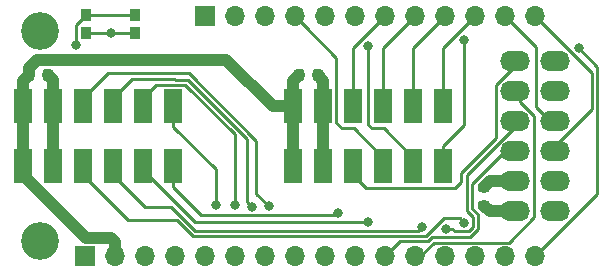
<source format=gbr>
G04 #@! TF.GenerationSoftware,KiCad,Pcbnew,5.1.4+dfsg1-1*
G04 #@! TF.CreationDate,2019-11-21T21:12:40-08:00*
G04 #@! TF.ProjectId,feather-wing-pmod,66656174-6865-4722-9d77-696e672d706d,rev?*
G04 #@! TF.SameCoordinates,PX791ddc0PY4d83c00*
G04 #@! TF.FileFunction,Copper,L1,Top*
G04 #@! TF.FilePolarity,Positive*
%FSLAX46Y46*%
G04 Gerber Fmt 4.6, Leading zero omitted, Abs format (unit mm)*
G04 Created by KiCad (PCBNEW 5.1.4+dfsg1-1) date 2019-11-21 21:12:40*
%MOMM*%
%LPD*%
G04 APERTURE LIST*
%ADD10R,0.900000X1.000000*%
%ADD11O,2.540000X1.700000*%
%ADD12R,1.500000X3.000000*%
%ADD13C,0.100000*%
%ADD14C,0.875000*%
%ADD15O,1.700000X1.700000*%
%ADD16R,1.700000X1.700000*%
%ADD17C,3.200000*%
%ADD18C,0.800000*%
%ADD19C,1.000000*%
%ADD20C,0.250000*%
G04 APERTURE END LIST*
D10*
X10559000Y-2705000D03*
X10559000Y-1105000D03*
X6459000Y-2705000D03*
X6459000Y-1105000D03*
D11*
X46120000Y-17780000D03*
X42780000Y-17780000D03*
X46120000Y-15240000D03*
X42780000Y-15240000D03*
X46120000Y-12700000D03*
X42780000Y-12700000D03*
X46120000Y-10160000D03*
X42780000Y-10160000D03*
X46120000Y-7620000D03*
X42780000Y-7620000D03*
X46120000Y-5080000D03*
X42780000Y-5080000D03*
D12*
X24003000Y-13970000D03*
X24003000Y-8890000D03*
X26543000Y-13970000D03*
X26543000Y-8890000D03*
X29083000Y-13970000D03*
X29083000Y-8890000D03*
X31623000Y-13970000D03*
X31623000Y-8890000D03*
X34163000Y-13970000D03*
X34163000Y-8890000D03*
X36703000Y-13970000D03*
X36703000Y-8890000D03*
X1143000Y-13970000D03*
X1143000Y-8890000D03*
X3683000Y-13970000D03*
X3683000Y-8890000D03*
X6223000Y-13970000D03*
X6223000Y-8890000D03*
X8763000Y-13970000D03*
X8763000Y-8890000D03*
X11303000Y-13970000D03*
X11303000Y-8890000D03*
X13843000Y-13970000D03*
X13843000Y-8890000D03*
D13*
G36*
X40409691Y-15286053D02*
G01*
X40430926Y-15289203D01*
X40451750Y-15294419D01*
X40471962Y-15301651D01*
X40491368Y-15310830D01*
X40509781Y-15321866D01*
X40527024Y-15334654D01*
X40542930Y-15349070D01*
X40557346Y-15364976D01*
X40570134Y-15382219D01*
X40581170Y-15400632D01*
X40590349Y-15420038D01*
X40597581Y-15440250D01*
X40602797Y-15461074D01*
X40605947Y-15482309D01*
X40607000Y-15503750D01*
X40607000Y-15941250D01*
X40605947Y-15962691D01*
X40602797Y-15983926D01*
X40597581Y-16004750D01*
X40590349Y-16024962D01*
X40581170Y-16044368D01*
X40570134Y-16062781D01*
X40557346Y-16080024D01*
X40542930Y-16095930D01*
X40527024Y-16110346D01*
X40509781Y-16123134D01*
X40491368Y-16134170D01*
X40471962Y-16143349D01*
X40451750Y-16150581D01*
X40430926Y-16155797D01*
X40409691Y-16158947D01*
X40388250Y-16160000D01*
X39875750Y-16160000D01*
X39854309Y-16158947D01*
X39833074Y-16155797D01*
X39812250Y-16150581D01*
X39792038Y-16143349D01*
X39772632Y-16134170D01*
X39754219Y-16123134D01*
X39736976Y-16110346D01*
X39721070Y-16095930D01*
X39706654Y-16080024D01*
X39693866Y-16062781D01*
X39682830Y-16044368D01*
X39673651Y-16024962D01*
X39666419Y-16004750D01*
X39661203Y-15983926D01*
X39658053Y-15962691D01*
X39657000Y-15941250D01*
X39657000Y-15503750D01*
X39658053Y-15482309D01*
X39661203Y-15461074D01*
X39666419Y-15440250D01*
X39673651Y-15420038D01*
X39682830Y-15400632D01*
X39693866Y-15382219D01*
X39706654Y-15364976D01*
X39721070Y-15349070D01*
X39736976Y-15334654D01*
X39754219Y-15321866D01*
X39772632Y-15310830D01*
X39792038Y-15301651D01*
X39812250Y-15294419D01*
X39833074Y-15289203D01*
X39854309Y-15286053D01*
X39875750Y-15285000D01*
X40388250Y-15285000D01*
X40409691Y-15286053D01*
X40409691Y-15286053D01*
G37*
D14*
X40132000Y-15722500D03*
D13*
G36*
X40409691Y-16861053D02*
G01*
X40430926Y-16864203D01*
X40451750Y-16869419D01*
X40471962Y-16876651D01*
X40491368Y-16885830D01*
X40509781Y-16896866D01*
X40527024Y-16909654D01*
X40542930Y-16924070D01*
X40557346Y-16939976D01*
X40570134Y-16957219D01*
X40581170Y-16975632D01*
X40590349Y-16995038D01*
X40597581Y-17015250D01*
X40602797Y-17036074D01*
X40605947Y-17057309D01*
X40607000Y-17078750D01*
X40607000Y-17516250D01*
X40605947Y-17537691D01*
X40602797Y-17558926D01*
X40597581Y-17579750D01*
X40590349Y-17599962D01*
X40581170Y-17619368D01*
X40570134Y-17637781D01*
X40557346Y-17655024D01*
X40542930Y-17670930D01*
X40527024Y-17685346D01*
X40509781Y-17698134D01*
X40491368Y-17709170D01*
X40471962Y-17718349D01*
X40451750Y-17725581D01*
X40430926Y-17730797D01*
X40409691Y-17733947D01*
X40388250Y-17735000D01*
X39875750Y-17735000D01*
X39854309Y-17733947D01*
X39833074Y-17730797D01*
X39812250Y-17725581D01*
X39792038Y-17718349D01*
X39772632Y-17709170D01*
X39754219Y-17698134D01*
X39736976Y-17685346D01*
X39721070Y-17670930D01*
X39706654Y-17655024D01*
X39693866Y-17637781D01*
X39682830Y-17619368D01*
X39673651Y-17599962D01*
X39666419Y-17579750D01*
X39661203Y-17558926D01*
X39658053Y-17537691D01*
X39657000Y-17516250D01*
X39657000Y-17078750D01*
X39658053Y-17057309D01*
X39661203Y-17036074D01*
X39666419Y-17015250D01*
X39673651Y-16995038D01*
X39682830Y-16975632D01*
X39693866Y-16957219D01*
X39706654Y-16939976D01*
X39721070Y-16924070D01*
X39736976Y-16909654D01*
X39754219Y-16896866D01*
X39772632Y-16885830D01*
X39792038Y-16876651D01*
X39812250Y-16869419D01*
X39833074Y-16864203D01*
X39854309Y-16861053D01*
X39875750Y-16860000D01*
X40388250Y-16860000D01*
X40409691Y-16861053D01*
X40409691Y-16861053D01*
G37*
D14*
X40132000Y-17297500D03*
D13*
G36*
X26300691Y-5749053D02*
G01*
X26321926Y-5752203D01*
X26342750Y-5757419D01*
X26362962Y-5764651D01*
X26382368Y-5773830D01*
X26400781Y-5784866D01*
X26418024Y-5797654D01*
X26433930Y-5812070D01*
X26448346Y-5827976D01*
X26461134Y-5845219D01*
X26472170Y-5863632D01*
X26481349Y-5883038D01*
X26488581Y-5903250D01*
X26493797Y-5924074D01*
X26496947Y-5945309D01*
X26498000Y-5966750D01*
X26498000Y-6479250D01*
X26496947Y-6500691D01*
X26493797Y-6521926D01*
X26488581Y-6542750D01*
X26481349Y-6562962D01*
X26472170Y-6582368D01*
X26461134Y-6600781D01*
X26448346Y-6618024D01*
X26433930Y-6633930D01*
X26418024Y-6648346D01*
X26400781Y-6661134D01*
X26382368Y-6672170D01*
X26362962Y-6681349D01*
X26342750Y-6688581D01*
X26321926Y-6693797D01*
X26300691Y-6696947D01*
X26279250Y-6698000D01*
X25841750Y-6698000D01*
X25820309Y-6696947D01*
X25799074Y-6693797D01*
X25778250Y-6688581D01*
X25758038Y-6681349D01*
X25738632Y-6672170D01*
X25720219Y-6661134D01*
X25702976Y-6648346D01*
X25687070Y-6633930D01*
X25672654Y-6618024D01*
X25659866Y-6600781D01*
X25648830Y-6582368D01*
X25639651Y-6562962D01*
X25632419Y-6542750D01*
X25627203Y-6521926D01*
X25624053Y-6500691D01*
X25623000Y-6479250D01*
X25623000Y-5966750D01*
X25624053Y-5945309D01*
X25627203Y-5924074D01*
X25632419Y-5903250D01*
X25639651Y-5883038D01*
X25648830Y-5863632D01*
X25659866Y-5845219D01*
X25672654Y-5827976D01*
X25687070Y-5812070D01*
X25702976Y-5797654D01*
X25720219Y-5784866D01*
X25738632Y-5773830D01*
X25758038Y-5764651D01*
X25778250Y-5757419D01*
X25799074Y-5752203D01*
X25820309Y-5749053D01*
X25841750Y-5748000D01*
X26279250Y-5748000D01*
X26300691Y-5749053D01*
X26300691Y-5749053D01*
G37*
D14*
X26060500Y-6223000D03*
D13*
G36*
X24725691Y-5749053D02*
G01*
X24746926Y-5752203D01*
X24767750Y-5757419D01*
X24787962Y-5764651D01*
X24807368Y-5773830D01*
X24825781Y-5784866D01*
X24843024Y-5797654D01*
X24858930Y-5812070D01*
X24873346Y-5827976D01*
X24886134Y-5845219D01*
X24897170Y-5863632D01*
X24906349Y-5883038D01*
X24913581Y-5903250D01*
X24918797Y-5924074D01*
X24921947Y-5945309D01*
X24923000Y-5966750D01*
X24923000Y-6479250D01*
X24921947Y-6500691D01*
X24918797Y-6521926D01*
X24913581Y-6542750D01*
X24906349Y-6562962D01*
X24897170Y-6582368D01*
X24886134Y-6600781D01*
X24873346Y-6618024D01*
X24858930Y-6633930D01*
X24843024Y-6648346D01*
X24825781Y-6661134D01*
X24807368Y-6672170D01*
X24787962Y-6681349D01*
X24767750Y-6688581D01*
X24746926Y-6693797D01*
X24725691Y-6696947D01*
X24704250Y-6698000D01*
X24266750Y-6698000D01*
X24245309Y-6696947D01*
X24224074Y-6693797D01*
X24203250Y-6688581D01*
X24183038Y-6681349D01*
X24163632Y-6672170D01*
X24145219Y-6661134D01*
X24127976Y-6648346D01*
X24112070Y-6633930D01*
X24097654Y-6618024D01*
X24084866Y-6600781D01*
X24073830Y-6582368D01*
X24064651Y-6562962D01*
X24057419Y-6542750D01*
X24052203Y-6521926D01*
X24049053Y-6500691D01*
X24048000Y-6479250D01*
X24048000Y-5966750D01*
X24049053Y-5945309D01*
X24052203Y-5924074D01*
X24057419Y-5903250D01*
X24064651Y-5883038D01*
X24073830Y-5863632D01*
X24084866Y-5845219D01*
X24097654Y-5827976D01*
X24112070Y-5812070D01*
X24127976Y-5797654D01*
X24145219Y-5784866D01*
X24163632Y-5773830D01*
X24183038Y-5764651D01*
X24203250Y-5757419D01*
X24224074Y-5752203D01*
X24245309Y-5749053D01*
X24266750Y-5748000D01*
X24704250Y-5748000D01*
X24725691Y-5749053D01*
X24725691Y-5749053D01*
G37*
D14*
X24485500Y-6223000D03*
D13*
G36*
X3440691Y-5749053D02*
G01*
X3461926Y-5752203D01*
X3482750Y-5757419D01*
X3502962Y-5764651D01*
X3522368Y-5773830D01*
X3540781Y-5784866D01*
X3558024Y-5797654D01*
X3573930Y-5812070D01*
X3588346Y-5827976D01*
X3601134Y-5845219D01*
X3612170Y-5863632D01*
X3621349Y-5883038D01*
X3628581Y-5903250D01*
X3633797Y-5924074D01*
X3636947Y-5945309D01*
X3638000Y-5966750D01*
X3638000Y-6479250D01*
X3636947Y-6500691D01*
X3633797Y-6521926D01*
X3628581Y-6542750D01*
X3621349Y-6562962D01*
X3612170Y-6582368D01*
X3601134Y-6600781D01*
X3588346Y-6618024D01*
X3573930Y-6633930D01*
X3558024Y-6648346D01*
X3540781Y-6661134D01*
X3522368Y-6672170D01*
X3502962Y-6681349D01*
X3482750Y-6688581D01*
X3461926Y-6693797D01*
X3440691Y-6696947D01*
X3419250Y-6698000D01*
X2981750Y-6698000D01*
X2960309Y-6696947D01*
X2939074Y-6693797D01*
X2918250Y-6688581D01*
X2898038Y-6681349D01*
X2878632Y-6672170D01*
X2860219Y-6661134D01*
X2842976Y-6648346D01*
X2827070Y-6633930D01*
X2812654Y-6618024D01*
X2799866Y-6600781D01*
X2788830Y-6582368D01*
X2779651Y-6562962D01*
X2772419Y-6542750D01*
X2767203Y-6521926D01*
X2764053Y-6500691D01*
X2763000Y-6479250D01*
X2763000Y-5966750D01*
X2764053Y-5945309D01*
X2767203Y-5924074D01*
X2772419Y-5903250D01*
X2779651Y-5883038D01*
X2788830Y-5863632D01*
X2799866Y-5845219D01*
X2812654Y-5827976D01*
X2827070Y-5812070D01*
X2842976Y-5797654D01*
X2860219Y-5784866D01*
X2878632Y-5773830D01*
X2898038Y-5764651D01*
X2918250Y-5757419D01*
X2939074Y-5752203D01*
X2960309Y-5749053D01*
X2981750Y-5748000D01*
X3419250Y-5748000D01*
X3440691Y-5749053D01*
X3440691Y-5749053D01*
G37*
D14*
X3200500Y-6223000D03*
D13*
G36*
X1865691Y-5749053D02*
G01*
X1886926Y-5752203D01*
X1907750Y-5757419D01*
X1927962Y-5764651D01*
X1947368Y-5773830D01*
X1965781Y-5784866D01*
X1983024Y-5797654D01*
X1998930Y-5812070D01*
X2013346Y-5827976D01*
X2026134Y-5845219D01*
X2037170Y-5863632D01*
X2046349Y-5883038D01*
X2053581Y-5903250D01*
X2058797Y-5924074D01*
X2061947Y-5945309D01*
X2063000Y-5966750D01*
X2063000Y-6479250D01*
X2061947Y-6500691D01*
X2058797Y-6521926D01*
X2053581Y-6542750D01*
X2046349Y-6562962D01*
X2037170Y-6582368D01*
X2026134Y-6600781D01*
X2013346Y-6618024D01*
X1998930Y-6633930D01*
X1983024Y-6648346D01*
X1965781Y-6661134D01*
X1947368Y-6672170D01*
X1927962Y-6681349D01*
X1907750Y-6688581D01*
X1886926Y-6693797D01*
X1865691Y-6696947D01*
X1844250Y-6698000D01*
X1406750Y-6698000D01*
X1385309Y-6696947D01*
X1364074Y-6693797D01*
X1343250Y-6688581D01*
X1323038Y-6681349D01*
X1303632Y-6672170D01*
X1285219Y-6661134D01*
X1267976Y-6648346D01*
X1252070Y-6633930D01*
X1237654Y-6618024D01*
X1224866Y-6600781D01*
X1213830Y-6582368D01*
X1204651Y-6562962D01*
X1197419Y-6542750D01*
X1192203Y-6521926D01*
X1189053Y-6500691D01*
X1188000Y-6479250D01*
X1188000Y-5966750D01*
X1189053Y-5945309D01*
X1192203Y-5924074D01*
X1197419Y-5903250D01*
X1204651Y-5883038D01*
X1213830Y-5863632D01*
X1224866Y-5845219D01*
X1237654Y-5827976D01*
X1252070Y-5812070D01*
X1267976Y-5797654D01*
X1285219Y-5784866D01*
X1303632Y-5773830D01*
X1323038Y-5764651D01*
X1343250Y-5757419D01*
X1364074Y-5752203D01*
X1385309Y-5749053D01*
X1406750Y-5748000D01*
X1844250Y-5748000D01*
X1865691Y-5749053D01*
X1865691Y-5749053D01*
G37*
D14*
X1625500Y-6223000D03*
D15*
X44450000Y-1270000D03*
X41910000Y-1270000D03*
X39370000Y-1270000D03*
X36830000Y-1270000D03*
X34290000Y-1270000D03*
X31750000Y-1270000D03*
X29210000Y-1270000D03*
X26670000Y-1270000D03*
X24130000Y-1270000D03*
X21590000Y-1270000D03*
X19050000Y-1270000D03*
D16*
X16510000Y-1270000D03*
D15*
X44450000Y-21590000D03*
X41910000Y-21590000D03*
X39370000Y-21590000D03*
X36830000Y-21590000D03*
X34290000Y-21590000D03*
X31750000Y-21590000D03*
X29210000Y-21590000D03*
X26670000Y-21590000D03*
X24130000Y-21590000D03*
X21590000Y-21590000D03*
X19050000Y-21590000D03*
X16510000Y-21590000D03*
X13970000Y-21590000D03*
X11430000Y-21590000D03*
X8890000Y-21590000D03*
D16*
X6350000Y-21590000D03*
D17*
X2540000Y-2540000D03*
X2540000Y-20320000D03*
D18*
X3683000Y-11430000D03*
X26543000Y-11430000D03*
X8534500Y-2705000D03*
X38482711Y-18719001D03*
X34861500Y-19113500D03*
X30353000Y-18669000D03*
X27813000Y-17907000D03*
X21907500Y-17335500D03*
X20464878Y-17366979D03*
X19050000Y-17272000D03*
X17409233Y-17260975D03*
X24003000Y-11430000D03*
X38481000Y-3302000D03*
X30353000Y-3810000D03*
X48137653Y-3932347D03*
X36884489Y-19239978D03*
X5588000Y-3683000D03*
D19*
X40614500Y-15240000D02*
X40132000Y-15722500D01*
X43180000Y-15240000D02*
X40614500Y-15240000D01*
X3662112Y-6684612D02*
X3662112Y-6837112D01*
X3200500Y-6223000D02*
X3662112Y-6684612D01*
X3683000Y-6858000D02*
X3683000Y-8890000D01*
X3662112Y-6837112D02*
X3683000Y-6858000D01*
X3683000Y-8890000D02*
X3683000Y-11430000D01*
X3683000Y-11430000D02*
X3683000Y-13970000D01*
X26060500Y-6223000D02*
X26543000Y-6705500D01*
X26543000Y-6705500D02*
X26543000Y-8890000D01*
X26543000Y-8890000D02*
X26543000Y-11430000D01*
X26543000Y-11430000D02*
X26543000Y-13970000D01*
D20*
X10559000Y-2705000D02*
X8534500Y-2705000D01*
X8534500Y-2705000D02*
X6459000Y-2705000D01*
X36748290Y-18319002D02*
X38082712Y-18319002D01*
X35223279Y-19844013D02*
X36748290Y-18319002D01*
X14123019Y-18499434D02*
X15467598Y-19844013D01*
X6223000Y-14720000D02*
X10002434Y-18499434D01*
X15467598Y-19844013D02*
X35223279Y-19844013D01*
X6223000Y-13970000D02*
X6223000Y-14720000D01*
X10002434Y-18499434D02*
X14123019Y-18499434D01*
X38082712Y-18319002D02*
X38482711Y-18719001D01*
X8763000Y-14720000D02*
X11442000Y-17399000D01*
X8763000Y-13970000D02*
X8763000Y-14720000D01*
X13658996Y-17399000D02*
X15653998Y-19394002D01*
X15653998Y-19394002D02*
X29558002Y-19394002D01*
X11442000Y-17399000D02*
X13658996Y-17399000D01*
X29558002Y-19394002D02*
X34580998Y-19394002D01*
X34580998Y-19394002D02*
X34861500Y-19113500D01*
X11303000Y-14265002D02*
X15706998Y-18669000D01*
X11303000Y-13970000D02*
X11303000Y-14265002D01*
X15706998Y-18669000D02*
X29210000Y-18669000D01*
X29210000Y-18669000D02*
X30353000Y-18669000D01*
X13843000Y-13970000D02*
X13843000Y-15720000D01*
X13843000Y-15720000D02*
X16214989Y-18091989D01*
X16214989Y-18091989D02*
X25829567Y-18091989D01*
X25829567Y-18091989D02*
X27628011Y-18091989D01*
X27628011Y-18091989D02*
X27813000Y-17907000D01*
X6223000Y-8140000D02*
X8267000Y-6096000D01*
X8267000Y-6096000D02*
X15156824Y-6096000D01*
X20871824Y-11811000D02*
X20871824Y-13673826D01*
X15156824Y-6096000D02*
X20871824Y-11811000D01*
X6223000Y-8890000D02*
X6223000Y-8140000D01*
X20871824Y-13673826D02*
X20871824Y-16299824D01*
X20871824Y-16299824D02*
X21907500Y-17335500D01*
X13970000Y-6604000D02*
X13980989Y-6614989D01*
X8763000Y-8140000D02*
X10299000Y-6604000D01*
X20064879Y-11640466D02*
X20064879Y-16966980D01*
X20064879Y-16966980D02*
X20464878Y-17366979D01*
X13980989Y-6614989D02*
X15039401Y-6614988D01*
X15039401Y-6614988D02*
X20064879Y-11640466D01*
X8763000Y-8890000D02*
X8763000Y-8140000D01*
X10299000Y-6604000D02*
X13970000Y-6604000D01*
X11303000Y-8140000D02*
X12378001Y-7064999D01*
X11303000Y-8890000D02*
X11303000Y-8140000D01*
X12378001Y-7064999D02*
X14853001Y-7064999D01*
X14853001Y-7064999D02*
X19050000Y-11261998D01*
X19050000Y-11261998D02*
X19050000Y-17272000D01*
X13843000Y-8890000D02*
X13843000Y-10640000D01*
X17409233Y-14206233D02*
X17409233Y-16695290D01*
X17409233Y-16695290D02*
X17409233Y-17260975D01*
X13843000Y-10640000D02*
X17409233Y-14206233D01*
D19*
X40614500Y-17780000D02*
X40132000Y-17297500D01*
X43180000Y-17780000D02*
X40614500Y-17780000D01*
X1625500Y-6223000D02*
X1143000Y-6705500D01*
X1143000Y-6705500D02*
X1143000Y-8890000D01*
X1143000Y-8890000D02*
X1143000Y-13970000D01*
X24485500Y-6223000D02*
X24003000Y-6705500D01*
X24003000Y-6705500D02*
X24003000Y-8890000D01*
X8890000Y-20387919D02*
X8890000Y-21590000D01*
X8542080Y-20039999D02*
X8890000Y-20387919D01*
X1143000Y-14720000D02*
X6462999Y-20039999D01*
X6462999Y-20039999D02*
X8542080Y-20039999D01*
X1143000Y-13970000D02*
X1143000Y-14720000D01*
X1625500Y-5648000D02*
X1625500Y-6223000D01*
X2320500Y-4953000D02*
X1625500Y-5648000D01*
X18316000Y-4953000D02*
X2320500Y-4953000D01*
X22253000Y-8890000D02*
X18316000Y-4953000D01*
X24003000Y-8890000D02*
X22253000Y-8890000D01*
X24003000Y-8890000D02*
X24003000Y-11430000D01*
X24003000Y-11430000D02*
X24003000Y-13970000D01*
D20*
X36703000Y-3937000D02*
X39370000Y-1270000D01*
X36703000Y-8890000D02*
X36703000Y-3937000D01*
X34163000Y-3937000D02*
X36830000Y-1270000D01*
X34163000Y-8890000D02*
X34163000Y-3937000D01*
X31623000Y-3937000D02*
X34290000Y-1270000D01*
X31623000Y-8890000D02*
X31623000Y-3937000D01*
X29083000Y-3937000D02*
X29083000Y-8890000D01*
X31750000Y-1270000D02*
X29083000Y-3937000D01*
X38481000Y-10442000D02*
X38481000Y-3302000D01*
X36703000Y-13970000D02*
X36703000Y-12220000D01*
X36703000Y-12220000D02*
X38481000Y-10442000D01*
X31658001Y-10715001D02*
X30612999Y-10715001D01*
X30612999Y-10715001D02*
X30353000Y-10455002D01*
X34163000Y-13220000D02*
X31658001Y-10715001D01*
X34163000Y-13970000D02*
X34163000Y-13220000D01*
X30353000Y-10455002D02*
X30353000Y-3810000D01*
X27618001Y-4758001D02*
X24979999Y-2119999D01*
X27618001Y-10260003D02*
X27618001Y-4758001D01*
X28072999Y-10715001D02*
X27618001Y-10260003D01*
X24979999Y-2119999D02*
X24130000Y-1270000D01*
X29118001Y-10715001D02*
X28072999Y-10715001D01*
X31623000Y-13220000D02*
X29118001Y-10715001D01*
X31623000Y-13970000D02*
X31623000Y-13220000D01*
X49726009Y-5520703D02*
X48137653Y-3932347D01*
X44450000Y-21590000D02*
X49726009Y-16313991D01*
X49726009Y-16313991D02*
X49726009Y-5520703D01*
X38215978Y-14545897D02*
X41184990Y-11576885D01*
X37713001Y-15795001D02*
X38215978Y-15292026D01*
X29083000Y-13970000D02*
X29083000Y-14720000D01*
X38215978Y-15292026D02*
X38215978Y-14545897D01*
X41184990Y-7075010D02*
X43180000Y-5080000D01*
X41184990Y-11576885D02*
X41184990Y-7075010D01*
X30158001Y-15795001D02*
X37713001Y-15795001D01*
X29083000Y-14720000D02*
X30158001Y-15795001D01*
X43180000Y-10160000D02*
X43180000Y-10218285D01*
X37654199Y-19444003D02*
X37450174Y-19239978D01*
X39207713Y-18253618D02*
X39207713Y-19067003D01*
X38665989Y-17711894D02*
X39207713Y-18253618D01*
X37450174Y-19239978D02*
X36884489Y-19239978D01*
X38830713Y-19444003D02*
X37654199Y-19444003D01*
X39207713Y-19067003D02*
X38830713Y-19444003D01*
X43180000Y-10218285D02*
X38665989Y-14732296D01*
X38665989Y-14732296D02*
X38665989Y-17711894D01*
X35925117Y-20414999D02*
X34750116Y-21590000D01*
X44375010Y-18266705D02*
X42226716Y-20414999D01*
X42226716Y-20414999D02*
X35925117Y-20414999D01*
X43180000Y-7620000D02*
X43180000Y-8478285D01*
X34750116Y-21590000D02*
X34290000Y-21590000D01*
X43180000Y-8478285D02*
X44375010Y-9673295D01*
X44375010Y-9673295D02*
X44375010Y-18266705D01*
X39116000Y-17525494D02*
X39657724Y-18067218D01*
X43180000Y-12700000D02*
X41910506Y-12700000D01*
X41910506Y-12700000D02*
X39116000Y-15494506D01*
X33045976Y-20294024D02*
X32599999Y-20740001D01*
X35409679Y-20294024D02*
X33045976Y-20294024D01*
X39657724Y-19253403D02*
X38946139Y-19964988D01*
X35738714Y-19964988D02*
X35673290Y-20030413D01*
X32599999Y-20740001D02*
X31750000Y-21590000D01*
X35673290Y-20030413D02*
X35409679Y-20294024D01*
X38946139Y-19964988D02*
X35738714Y-19964988D01*
X39657724Y-18067218D02*
X39657724Y-19253403D01*
X39116000Y-15494506D02*
X39116000Y-17525494D01*
X49276000Y-6096000D02*
X45299999Y-2119999D01*
X49276000Y-9144000D02*
X49276000Y-6096000D01*
X45299999Y-2119999D02*
X44450000Y-1270000D01*
X45720000Y-12700000D02*
X49276000Y-9144000D01*
X44524990Y-3884990D02*
X42759999Y-2119999D01*
X42759999Y-2119999D02*
X41910000Y-1270000D01*
X44524990Y-8964990D02*
X44524990Y-3884990D01*
X45720000Y-10160000D02*
X44524990Y-8964990D01*
X10559000Y-1105000D02*
X6459000Y-1105000D01*
X5588000Y-3486500D02*
X5588000Y-3683000D01*
X5588000Y-3117315D02*
X5588000Y-3683000D01*
X5588000Y-2026000D02*
X5588000Y-3117315D01*
X6459000Y-1155000D02*
X5588000Y-2026000D01*
X6459000Y-1105000D02*
X6459000Y-1155000D01*
M02*

</source>
